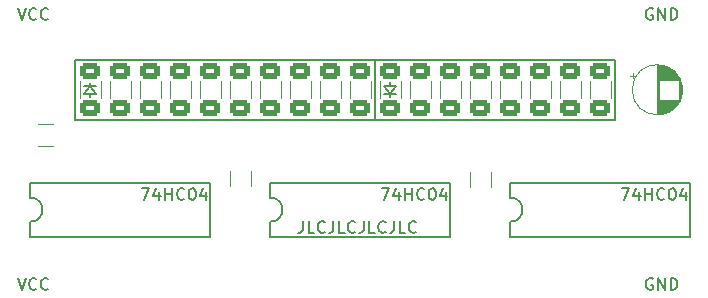
<source format=gto>
G04 #@! TF.GenerationSoftware,KiCad,Pcbnew,(6.0.11-0)*
G04 #@! TF.CreationDate,2023-06-10T21:35:02+02:00*
G04 #@! TF.ProjectId,debug_leds,64656275-675f-46c6-9564-732e6b696361,REV*
G04 #@! TF.SameCoordinates,Original*
G04 #@! TF.FileFunction,Legend,Top*
G04 #@! TF.FilePolarity,Positive*
%FSLAX46Y46*%
G04 Gerber Fmt 4.6, Leading zero omitted, Abs format (unit mm)*
G04 Created by KiCad (PCBNEW (6.0.11-0)) date 2023-06-10 21:35:02*
%MOMM*%
%LPD*%
G01*
G04 APERTURE LIST*
G04 Aperture macros list*
%AMRoundRect*
0 Rectangle with rounded corners*
0 $1 Rounding radius*
0 $2 $3 $4 $5 $6 $7 $8 $9 X,Y pos of 4 corners*
0 Add a 4 corners polygon primitive as box body*
4,1,4,$2,$3,$4,$5,$6,$7,$8,$9,$2,$3,0*
0 Add four circle primitives for the rounded corners*
1,1,$1+$1,$2,$3*
1,1,$1+$1,$4,$5*
1,1,$1+$1,$6,$7*
1,1,$1+$1,$8,$9*
0 Add four rect primitives between the rounded corners*
20,1,$1+$1,$2,$3,$4,$5,0*
20,1,$1+$1,$4,$5,$6,$7,0*
20,1,$1+$1,$6,$7,$8,$9,0*
20,1,$1+$1,$8,$9,$2,$3,0*%
G04 Aperture macros list end*
%ADD10C,0.150000*%
%ADD11C,0.120000*%
%ADD12R,1.700000X1.700000*%
%ADD13O,1.700000X1.700000*%
%ADD14O,1.600000X1.600000*%
%ADD15R,1.600000X1.600000*%
%ADD16RoundRect,0.250000X0.625000X-0.400000X0.625000X0.400000X-0.625000X0.400000X-0.625000X-0.400000X0*%
%ADD17RoundRect,0.250000X-0.625000X0.400000X-0.625000X-0.400000X0.625000X-0.400000X0.625000X0.400000X0*%
%ADD18C,1.600000*%
%ADD19R,1.200000X1.200000*%
%ADD20C,1.200000*%
G04 APERTURE END LIST*
D10*
X125936952Y-69556380D02*
X125936952Y-70270666D01*
X125889333Y-70413523D01*
X125794095Y-70508761D01*
X125651238Y-70556380D01*
X125556000Y-70556380D01*
X126889333Y-70556380D02*
X126413142Y-70556380D01*
X126413142Y-69556380D01*
X127794095Y-70461142D02*
X127746476Y-70508761D01*
X127603619Y-70556380D01*
X127508380Y-70556380D01*
X127365523Y-70508761D01*
X127270285Y-70413523D01*
X127222666Y-70318285D01*
X127175047Y-70127809D01*
X127175047Y-69984952D01*
X127222666Y-69794476D01*
X127270285Y-69699238D01*
X127365523Y-69604000D01*
X127508380Y-69556380D01*
X127603619Y-69556380D01*
X127746476Y-69604000D01*
X127794095Y-69651619D01*
X128508380Y-69556380D02*
X128508380Y-70270666D01*
X128460761Y-70413523D01*
X128365523Y-70508761D01*
X128222666Y-70556380D01*
X128127428Y-70556380D01*
X129460761Y-70556380D02*
X128984571Y-70556380D01*
X128984571Y-69556380D01*
X130365523Y-70461142D02*
X130317904Y-70508761D01*
X130175047Y-70556380D01*
X130079809Y-70556380D01*
X129936952Y-70508761D01*
X129841714Y-70413523D01*
X129794095Y-70318285D01*
X129746476Y-70127809D01*
X129746476Y-69984952D01*
X129794095Y-69794476D01*
X129841714Y-69699238D01*
X129936952Y-69604000D01*
X130079809Y-69556380D01*
X130175047Y-69556380D01*
X130317904Y-69604000D01*
X130365523Y-69651619D01*
X131079809Y-69556380D02*
X131079809Y-70270666D01*
X131032190Y-70413523D01*
X130936952Y-70508761D01*
X130794095Y-70556380D01*
X130698857Y-70556380D01*
X132032190Y-70556380D02*
X131556000Y-70556380D01*
X131556000Y-69556380D01*
X132936952Y-70461142D02*
X132889333Y-70508761D01*
X132746476Y-70556380D01*
X132651238Y-70556380D01*
X132508380Y-70508761D01*
X132413142Y-70413523D01*
X132365523Y-70318285D01*
X132317904Y-70127809D01*
X132317904Y-69984952D01*
X132365523Y-69794476D01*
X132413142Y-69699238D01*
X132508380Y-69604000D01*
X132651238Y-69556380D01*
X132746476Y-69556380D01*
X132889333Y-69604000D01*
X132936952Y-69651619D01*
X133651238Y-69556380D02*
X133651238Y-70270666D01*
X133603619Y-70413523D01*
X133508380Y-70508761D01*
X133365523Y-70556380D01*
X133270285Y-70556380D01*
X134603619Y-70556380D02*
X134127428Y-70556380D01*
X134127428Y-69556380D01*
X135508380Y-70461142D02*
X135460761Y-70508761D01*
X135317904Y-70556380D01*
X135222666Y-70556380D01*
X135079809Y-70508761D01*
X134984571Y-70413523D01*
X134936952Y-70318285D01*
X134889333Y-70127809D01*
X134889333Y-69984952D01*
X134936952Y-69794476D01*
X134984571Y-69699238D01*
X135079809Y-69604000D01*
X135222666Y-69556380D01*
X135317904Y-69556380D01*
X135460761Y-69604000D01*
X135508380Y-69651619D01*
X101792738Y-74382380D02*
X102126071Y-75382380D01*
X102459404Y-74382380D01*
X103364166Y-75287142D02*
X103316547Y-75334761D01*
X103173690Y-75382380D01*
X103078452Y-75382380D01*
X102935595Y-75334761D01*
X102840357Y-75239523D01*
X102792738Y-75144285D01*
X102745119Y-74953809D01*
X102745119Y-74810952D01*
X102792738Y-74620476D01*
X102840357Y-74525238D01*
X102935595Y-74430000D01*
X103078452Y-74382380D01*
X103173690Y-74382380D01*
X103316547Y-74430000D01*
X103364166Y-74477619D01*
X104364166Y-75287142D02*
X104316547Y-75334761D01*
X104173690Y-75382380D01*
X104078452Y-75382380D01*
X103935595Y-75334761D01*
X103840357Y-75239523D01*
X103792738Y-75144285D01*
X103745119Y-74953809D01*
X103745119Y-74810952D01*
X103792738Y-74620476D01*
X103840357Y-74525238D01*
X103935595Y-74430000D01*
X104078452Y-74382380D01*
X104173690Y-74382380D01*
X104316547Y-74430000D01*
X104364166Y-74477619D01*
X132080000Y-55880000D02*
X152400000Y-55880000D01*
X152400000Y-55880000D02*
X152400000Y-60960000D01*
X152400000Y-60960000D02*
X132080000Y-60960000D01*
X132080000Y-60960000D02*
X132080000Y-55880000D01*
X155545404Y-74430000D02*
X155450166Y-74382380D01*
X155307309Y-74382380D01*
X155164452Y-74430000D01*
X155069214Y-74525238D01*
X155021595Y-74620476D01*
X154973976Y-74810952D01*
X154973976Y-74953809D01*
X155021595Y-75144285D01*
X155069214Y-75239523D01*
X155164452Y-75334761D01*
X155307309Y-75382380D01*
X155402547Y-75382380D01*
X155545404Y-75334761D01*
X155593023Y-75287142D01*
X155593023Y-74953809D01*
X155402547Y-74953809D01*
X156021595Y-75382380D02*
X156021595Y-74382380D01*
X156593023Y-75382380D01*
X156593023Y-74382380D01*
X157069214Y-75382380D02*
X157069214Y-74382380D01*
X157307309Y-74382380D01*
X157450166Y-74430000D01*
X157545404Y-74525238D01*
X157593023Y-74620476D01*
X157640642Y-74810952D01*
X157640642Y-74953809D01*
X157593023Y-75144285D01*
X157545404Y-75239523D01*
X157450166Y-75334761D01*
X157307309Y-75382380D01*
X157069214Y-75382380D01*
X155545404Y-51570000D02*
X155450166Y-51522380D01*
X155307309Y-51522380D01*
X155164452Y-51570000D01*
X155069214Y-51665238D01*
X155021595Y-51760476D01*
X154973976Y-51950952D01*
X154973976Y-52093809D01*
X155021595Y-52284285D01*
X155069214Y-52379523D01*
X155164452Y-52474761D01*
X155307309Y-52522380D01*
X155402547Y-52522380D01*
X155545404Y-52474761D01*
X155593023Y-52427142D01*
X155593023Y-52093809D01*
X155402547Y-52093809D01*
X156021595Y-52522380D02*
X156021595Y-51522380D01*
X156593023Y-52522380D01*
X156593023Y-51522380D01*
X157069214Y-52522380D02*
X157069214Y-51522380D01*
X157307309Y-51522380D01*
X157450166Y-51570000D01*
X157545404Y-51665238D01*
X157593023Y-51760476D01*
X157640642Y-51950952D01*
X157640642Y-52093809D01*
X157593023Y-52284285D01*
X157545404Y-52379523D01*
X157450166Y-52474761D01*
X157307309Y-52522380D01*
X157069214Y-52522380D01*
X101792738Y-51522380D02*
X102126071Y-52522380D01*
X102459404Y-51522380D01*
X103364166Y-52427142D02*
X103316547Y-52474761D01*
X103173690Y-52522380D01*
X103078452Y-52522380D01*
X102935595Y-52474761D01*
X102840357Y-52379523D01*
X102792738Y-52284285D01*
X102745119Y-52093809D01*
X102745119Y-51950952D01*
X102792738Y-51760476D01*
X102840357Y-51665238D01*
X102935595Y-51570000D01*
X103078452Y-51522380D01*
X103173690Y-51522380D01*
X103316547Y-51570000D01*
X103364166Y-51617619D01*
X104364166Y-52427142D02*
X104316547Y-52474761D01*
X104173690Y-52522380D01*
X104078452Y-52522380D01*
X103935595Y-52474761D01*
X103840357Y-52379523D01*
X103792738Y-52284285D01*
X103745119Y-52093809D01*
X103745119Y-51950952D01*
X103792738Y-51760476D01*
X103840357Y-51665238D01*
X103935595Y-51570000D01*
X104078452Y-51522380D01*
X104173690Y-51522380D01*
X104316547Y-51570000D01*
X104364166Y-51617619D01*
X132080000Y-55880000D02*
X106680000Y-55880000D01*
X106680000Y-60960000D02*
X106680000Y-55880000D01*
X132080000Y-60960000D02*
X106680000Y-60960000D01*
X112276285Y-66762380D02*
X112942952Y-66762380D01*
X112514380Y-67762380D01*
X113752476Y-67095714D02*
X113752476Y-67762380D01*
X113514380Y-66714761D02*
X113276285Y-67429047D01*
X113895333Y-67429047D01*
X114276285Y-67762380D02*
X114276285Y-66762380D01*
X114276285Y-67238571D02*
X114847714Y-67238571D01*
X114847714Y-67762380D02*
X114847714Y-66762380D01*
X115895333Y-67667142D02*
X115847714Y-67714761D01*
X115704857Y-67762380D01*
X115609619Y-67762380D01*
X115466761Y-67714761D01*
X115371523Y-67619523D01*
X115323904Y-67524285D01*
X115276285Y-67333809D01*
X115276285Y-67190952D01*
X115323904Y-67000476D01*
X115371523Y-66905238D01*
X115466761Y-66810000D01*
X115609619Y-66762380D01*
X115704857Y-66762380D01*
X115847714Y-66810000D01*
X115895333Y-66857619D01*
X116514380Y-66762380D02*
X116609619Y-66762380D01*
X116704857Y-66810000D01*
X116752476Y-66857619D01*
X116800095Y-66952857D01*
X116847714Y-67143333D01*
X116847714Y-67381428D01*
X116800095Y-67571904D01*
X116752476Y-67667142D01*
X116704857Y-67714761D01*
X116609619Y-67762380D01*
X116514380Y-67762380D01*
X116419142Y-67714761D01*
X116371523Y-67667142D01*
X116323904Y-67571904D01*
X116276285Y-67381428D01*
X116276285Y-67143333D01*
X116323904Y-66952857D01*
X116371523Y-66857619D01*
X116419142Y-66810000D01*
X116514380Y-66762380D01*
X117704857Y-67095714D02*
X117704857Y-67762380D01*
X117466761Y-66714761D02*
X117228666Y-67429047D01*
X117847714Y-67429047D01*
X132596285Y-66762380D02*
X133262952Y-66762380D01*
X132834380Y-67762380D01*
X134072476Y-67095714D02*
X134072476Y-67762380D01*
X133834380Y-66714761D02*
X133596285Y-67429047D01*
X134215333Y-67429047D01*
X134596285Y-67762380D02*
X134596285Y-66762380D01*
X134596285Y-67238571D02*
X135167714Y-67238571D01*
X135167714Y-67762380D02*
X135167714Y-66762380D01*
X136215333Y-67667142D02*
X136167714Y-67714761D01*
X136024857Y-67762380D01*
X135929619Y-67762380D01*
X135786761Y-67714761D01*
X135691523Y-67619523D01*
X135643904Y-67524285D01*
X135596285Y-67333809D01*
X135596285Y-67190952D01*
X135643904Y-67000476D01*
X135691523Y-66905238D01*
X135786761Y-66810000D01*
X135929619Y-66762380D01*
X136024857Y-66762380D01*
X136167714Y-66810000D01*
X136215333Y-66857619D01*
X136834380Y-66762380D02*
X136929619Y-66762380D01*
X137024857Y-66810000D01*
X137072476Y-66857619D01*
X137120095Y-66952857D01*
X137167714Y-67143333D01*
X137167714Y-67381428D01*
X137120095Y-67571904D01*
X137072476Y-67667142D01*
X137024857Y-67714761D01*
X136929619Y-67762380D01*
X136834380Y-67762380D01*
X136739142Y-67714761D01*
X136691523Y-67667142D01*
X136643904Y-67571904D01*
X136596285Y-67381428D01*
X136596285Y-67143333D01*
X136643904Y-66952857D01*
X136691523Y-66857619D01*
X136739142Y-66810000D01*
X136834380Y-66762380D01*
X138024857Y-67095714D02*
X138024857Y-67762380D01*
X137786761Y-66714761D02*
X137548666Y-67429047D01*
X138167714Y-67429047D01*
X152916285Y-66762380D02*
X153582952Y-66762380D01*
X153154380Y-67762380D01*
X154392476Y-67095714D02*
X154392476Y-67762380D01*
X154154380Y-66714761D02*
X153916285Y-67429047D01*
X154535333Y-67429047D01*
X154916285Y-67762380D02*
X154916285Y-66762380D01*
X154916285Y-67238571D02*
X155487714Y-67238571D01*
X155487714Y-67762380D02*
X155487714Y-66762380D01*
X156535333Y-67667142D02*
X156487714Y-67714761D01*
X156344857Y-67762380D01*
X156249619Y-67762380D01*
X156106761Y-67714761D01*
X156011523Y-67619523D01*
X155963904Y-67524285D01*
X155916285Y-67333809D01*
X155916285Y-67190952D01*
X155963904Y-67000476D01*
X156011523Y-66905238D01*
X156106761Y-66810000D01*
X156249619Y-66762380D01*
X156344857Y-66762380D01*
X156487714Y-66810000D01*
X156535333Y-66857619D01*
X157154380Y-66762380D02*
X157249619Y-66762380D01*
X157344857Y-66810000D01*
X157392476Y-66857619D01*
X157440095Y-66952857D01*
X157487714Y-67143333D01*
X157487714Y-67381428D01*
X157440095Y-67571904D01*
X157392476Y-67667142D01*
X157344857Y-67714761D01*
X157249619Y-67762380D01*
X157154380Y-67762380D01*
X157059142Y-67714761D01*
X157011523Y-67667142D01*
X156963904Y-67571904D01*
X156916285Y-67381428D01*
X156916285Y-67143333D01*
X156963904Y-66952857D01*
X157011523Y-66857619D01*
X157059142Y-66810000D01*
X157154380Y-66762380D01*
X158344857Y-67095714D02*
X158344857Y-67762380D01*
X158106761Y-66714761D02*
X157868666Y-67429047D01*
X158487714Y-67429047D01*
X143510000Y-69596000D02*
G75*
G03*
X143510000Y-67564000I0J1016000D01*
G01*
X143510000Y-66294000D02*
X158750000Y-66294000D01*
X158750000Y-66294000D02*
X158750000Y-70866000D01*
X143510000Y-67564000D02*
X143510000Y-66294000D01*
X158750000Y-70866000D02*
X143510000Y-70866000D01*
X143510000Y-70866000D02*
X143510000Y-69596000D01*
X123190000Y-69596000D02*
G75*
G03*
X123190000Y-67564000I0J1016000D01*
G01*
X123190000Y-66294000D02*
X138430000Y-66294000D01*
X138430000Y-66294000D02*
X138430000Y-70866000D01*
X123190000Y-67564000D02*
X123190000Y-66294000D01*
X138430000Y-70866000D02*
X123190000Y-70866000D01*
X123190000Y-70866000D02*
X123190000Y-69596000D01*
X102870000Y-69596000D02*
G75*
G03*
X102870000Y-67564000I0J1016000D01*
G01*
X102870000Y-67564000D02*
X102870000Y-66294000D01*
X102870000Y-70866000D02*
X102870000Y-69596000D01*
X118110000Y-70866000D02*
X102870000Y-70866000D01*
X118110000Y-66294000D02*
X118110000Y-70866000D01*
X102870000Y-66294000D02*
X118110000Y-66294000D01*
X132842000Y-58801000D02*
X133858000Y-58801000D01*
X133350000Y-58801000D02*
X133350000Y-59055000D01*
X133858000Y-58073936D02*
X133350000Y-58801000D01*
X132842000Y-58073936D02*
X133858000Y-58073936D01*
X133350000Y-58801000D02*
X132842000Y-58073936D01*
X133350000Y-58049000D02*
X133350000Y-57795000D01*
X107950000Y-58801000D02*
X107950000Y-59055000D01*
X107950000Y-58073936D02*
X107950000Y-57819936D01*
X108458000Y-58073936D02*
X107442000Y-58073936D01*
X107950000Y-58073936D02*
X108458000Y-58801000D01*
X107442000Y-58801000D02*
X107950000Y-58073936D01*
X108458000Y-58801000D02*
X107442000Y-58801000D01*
D11*
X146960000Y-59137064D02*
X146960000Y-57682936D01*
X145140000Y-59137064D02*
X145140000Y-57682936D01*
X107040000Y-57692936D02*
X107040000Y-59147064D01*
X108860000Y-57692936D02*
X108860000Y-59147064D01*
X137520000Y-59137064D02*
X137520000Y-57682936D01*
X139340000Y-59137064D02*
X139340000Y-57682936D01*
X124820000Y-57692936D02*
X124820000Y-59147064D01*
X126640000Y-57692936D02*
X126640000Y-59147064D01*
X140060000Y-59137064D02*
X140060000Y-57682936D01*
X141880000Y-59137064D02*
X141880000Y-57682936D01*
X150220000Y-59137064D02*
X150220000Y-57682936D01*
X152040000Y-59137064D02*
X152040000Y-57682936D01*
X116480000Y-57692936D02*
X116480000Y-59147064D01*
X114660000Y-57692936D02*
X114660000Y-59147064D01*
X119740000Y-57692936D02*
X119740000Y-59147064D01*
X121560000Y-57692936D02*
X121560000Y-59147064D01*
X113940000Y-57692936D02*
X113940000Y-59147064D01*
X112120000Y-57692936D02*
X112120000Y-59147064D01*
X127360000Y-57692936D02*
X127360000Y-59147064D01*
X129180000Y-57692936D02*
X129180000Y-59147064D01*
X147680000Y-59137064D02*
X147680000Y-57682936D01*
X149500000Y-59137064D02*
X149500000Y-57682936D01*
X134980000Y-59147064D02*
X134980000Y-57692936D01*
X136800000Y-59147064D02*
X136800000Y-57692936D01*
X122280000Y-57692936D02*
X122280000Y-59147064D01*
X124100000Y-57692936D02*
X124100000Y-59147064D01*
X140050000Y-65391000D02*
X140050000Y-66649000D01*
X141890000Y-65391000D02*
X141890000Y-66649000D01*
X129900000Y-57692936D02*
X129900000Y-59147064D01*
X131720000Y-57692936D02*
X131720000Y-59147064D01*
X134260000Y-59157064D02*
X134260000Y-57702936D01*
X132440000Y-59157064D02*
X132440000Y-57702936D01*
X109580000Y-57692936D02*
X109580000Y-59147064D01*
X111400000Y-57692936D02*
X111400000Y-59147064D01*
X117200000Y-57702936D02*
X117200000Y-59157064D01*
X119020000Y-57702936D02*
X119020000Y-59157064D01*
X156981000Y-59260000D02*
X156981000Y-60228000D01*
X157341000Y-56868000D02*
X157341000Y-57580000D01*
X156260000Y-56364000D02*
X156260000Y-57580000D01*
X157301000Y-59260000D02*
X157301000Y-60007000D01*
X156380000Y-56386000D02*
X156380000Y-57580000D01*
X156140000Y-59260000D02*
X156140000Y-60491000D01*
X156781000Y-59260000D02*
X156781000Y-60327000D01*
X157501000Y-59260000D02*
X157501000Y-59816000D01*
X157141000Y-59260000D02*
X157141000Y-60128000D01*
X156741000Y-56496000D02*
X156741000Y-57580000D01*
X157101000Y-56685000D02*
X157101000Y-57580000D01*
X156180000Y-56353000D02*
X156180000Y-57580000D01*
X157301000Y-56833000D02*
X157301000Y-57580000D01*
X156701000Y-56480000D02*
X156701000Y-57580000D01*
X157741000Y-59260000D02*
X157741000Y-59500000D01*
X156901000Y-56569000D02*
X156901000Y-57580000D01*
X156380000Y-59260000D02*
X156380000Y-60454000D01*
X157061000Y-56660000D02*
X157061000Y-57580000D01*
X157581000Y-57116000D02*
X157581000Y-57580000D01*
X156140000Y-56349000D02*
X156140000Y-57580000D01*
X156620000Y-59260000D02*
X156620000Y-60388000D01*
X156981000Y-56612000D02*
X156981000Y-57580000D01*
X156741000Y-59260000D02*
X156741000Y-60344000D01*
X157461000Y-59260000D02*
X157461000Y-59858000D01*
X157541000Y-59260000D02*
X157541000Y-59771000D01*
X157421000Y-59260000D02*
X157421000Y-59898000D01*
X157461000Y-56982000D02*
X157461000Y-57580000D01*
X158021000Y-58050000D02*
X158021000Y-58790000D01*
X157741000Y-57340000D02*
X157741000Y-57580000D01*
X156661000Y-56466000D02*
X156661000Y-57580000D01*
X156460000Y-56404000D02*
X156460000Y-57580000D01*
X157381000Y-59260000D02*
X157381000Y-59936000D01*
X155940000Y-56340000D02*
X155940000Y-60500000D01*
X157661000Y-57220000D02*
X157661000Y-57580000D01*
X156420000Y-56395000D02*
X156420000Y-57580000D01*
X156580000Y-59260000D02*
X156580000Y-60402000D01*
X157781000Y-57407000D02*
X157781000Y-59433000D01*
X157661000Y-59260000D02*
X157661000Y-59620000D01*
X157261000Y-56801000D02*
X157261000Y-57580000D01*
X156340000Y-56378000D02*
X156340000Y-57580000D01*
X157541000Y-57069000D02*
X157541000Y-57580000D01*
X157141000Y-56712000D02*
X157141000Y-57580000D01*
X157501000Y-57024000D02*
X157501000Y-57580000D01*
X157061000Y-59260000D02*
X157061000Y-60180000D01*
X156540000Y-56426000D02*
X156540000Y-57580000D01*
X156701000Y-59260000D02*
X156701000Y-60360000D01*
X156220000Y-56358000D02*
X156220000Y-57580000D01*
X157381000Y-56904000D02*
X157381000Y-57580000D01*
X157581000Y-59260000D02*
X157581000Y-59724000D01*
X156941000Y-56590000D02*
X156941000Y-57580000D01*
X156500000Y-59260000D02*
X156500000Y-60425000D01*
X156220000Y-59260000D02*
X156220000Y-60482000D01*
X157981000Y-57883000D02*
X157981000Y-58957000D01*
X156941000Y-59260000D02*
X156941000Y-60250000D01*
X156340000Y-59260000D02*
X156340000Y-60462000D01*
X156540000Y-59260000D02*
X156540000Y-60414000D01*
X156781000Y-56513000D02*
X156781000Y-57580000D01*
X157621000Y-57166000D02*
X157621000Y-57580000D01*
X156300000Y-56370000D02*
X156300000Y-57580000D01*
X156500000Y-56415000D02*
X156500000Y-57580000D01*
X156821000Y-59260000D02*
X156821000Y-60309000D01*
X156420000Y-59260000D02*
X156420000Y-60445000D01*
X157101000Y-59260000D02*
X157101000Y-60155000D01*
X157181000Y-56740000D02*
X157181000Y-57580000D01*
X157901000Y-57652000D02*
X157901000Y-59188000D01*
X156861000Y-59260000D02*
X156861000Y-60290000D01*
X155980000Y-56340000D02*
X155980000Y-60500000D01*
X157621000Y-59260000D02*
X157621000Y-59674000D01*
X156060000Y-56343000D02*
X156060000Y-60497000D01*
X157221000Y-56770000D02*
X157221000Y-57580000D01*
X156260000Y-59260000D02*
X156260000Y-60476000D01*
X156661000Y-59260000D02*
X156661000Y-60374000D01*
X156580000Y-56438000D02*
X156580000Y-57580000D01*
X156020000Y-56341000D02*
X156020000Y-60499000D01*
X153670199Y-57225000D02*
X154070199Y-57225000D01*
X156821000Y-56531000D02*
X156821000Y-57580000D01*
X157021000Y-59260000D02*
X157021000Y-60205000D01*
X157861000Y-57561000D02*
X157861000Y-59279000D01*
X156861000Y-56550000D02*
X156861000Y-57580000D01*
X157221000Y-59260000D02*
X157221000Y-60070000D01*
X157261000Y-59260000D02*
X157261000Y-60039000D01*
X156620000Y-56452000D02*
X156620000Y-57580000D01*
X157701000Y-57278000D02*
X157701000Y-57580000D01*
X156901000Y-59260000D02*
X156901000Y-60271000D01*
X156300000Y-59260000D02*
X156300000Y-60470000D01*
X156100000Y-56346000D02*
X156100000Y-60494000D01*
X157181000Y-59260000D02*
X157181000Y-60100000D01*
X153870199Y-57025000D02*
X153870199Y-57425000D01*
X157701000Y-59260000D02*
X157701000Y-59562000D01*
X157021000Y-56635000D02*
X157021000Y-57580000D01*
X157941000Y-57756000D02*
X157941000Y-59084000D01*
X157421000Y-56942000D02*
X157421000Y-57580000D01*
X156460000Y-59260000D02*
X156460000Y-60436000D01*
X157341000Y-59260000D02*
X157341000Y-59972000D01*
X157821000Y-57480000D02*
X157821000Y-59360000D01*
X156180000Y-59260000D02*
X156180000Y-60487000D01*
X158060000Y-58420000D02*
G75*
G03*
X158060000Y-58420000I-2120000J0D01*
G01*
X103491000Y-63150000D02*
X104749000Y-63150000D01*
X103491000Y-61310000D02*
X104749000Y-61310000D01*
X119730000Y-65301000D02*
X119730000Y-66559000D01*
X121570000Y-65301000D02*
X121570000Y-66559000D01*
X144420000Y-59147064D02*
X144420000Y-57692936D01*
X142600000Y-59147064D02*
X142600000Y-57692936D01*
%LPC*%
D12*
X105410000Y-52070000D03*
D13*
X107950000Y-52070000D03*
X110490000Y-52070000D03*
X113030000Y-52070000D03*
X115570000Y-52070000D03*
X118110000Y-52070000D03*
X120650000Y-52070000D03*
X123190000Y-52070000D03*
X125730000Y-52070000D03*
X128270000Y-52070000D03*
X130810000Y-52070000D03*
X133350000Y-52070000D03*
X135890000Y-52070000D03*
X138430000Y-52070000D03*
X140970000Y-52070000D03*
X143510000Y-52070000D03*
X146050000Y-52070000D03*
X148590000Y-52070000D03*
X151130000Y-52070000D03*
X153670000Y-52070000D03*
D12*
X105410000Y-74930000D03*
D13*
X107950000Y-74930000D03*
X110490000Y-74930000D03*
X113030000Y-74930000D03*
X115570000Y-74930000D03*
X118110000Y-74930000D03*
X120650000Y-74930000D03*
X123190000Y-74930000D03*
X125730000Y-74930000D03*
X128270000Y-74930000D03*
X130810000Y-74930000D03*
X133350000Y-74930000D03*
X135890000Y-74930000D03*
X138430000Y-74930000D03*
X140970000Y-74930000D03*
X143510000Y-74930000D03*
X146050000Y-74930000D03*
X148590000Y-74930000D03*
X151130000Y-74930000D03*
X153670000Y-74930000D03*
D14*
X123190000Y-64770000D03*
X125730000Y-64770000D03*
X128270000Y-64770000D03*
X130810000Y-64770000D03*
X133350000Y-64770000D03*
X135890000Y-64770000D03*
X138430000Y-64770000D03*
X138430000Y-72390000D03*
X135890000Y-72390000D03*
X133350000Y-72390000D03*
X130810000Y-72390000D03*
X128270000Y-72390000D03*
X125730000Y-72390000D03*
D15*
X123190000Y-72390000D03*
D14*
X143510000Y-64770000D03*
X146050000Y-64770000D03*
X148590000Y-64770000D03*
X151130000Y-64770000D03*
X153670000Y-64770000D03*
X156210000Y-64770000D03*
X158750000Y-64770000D03*
X158750000Y-72390000D03*
X156210000Y-72390000D03*
X153670000Y-72390000D03*
X151130000Y-72390000D03*
X148590000Y-72390000D03*
X146050000Y-72390000D03*
D15*
X143510000Y-72390000D03*
X102860000Y-72390000D03*
D14*
X105400000Y-72390000D03*
X107940000Y-72390000D03*
X110480000Y-72390000D03*
X113020000Y-72390000D03*
X115560000Y-72390000D03*
X118100000Y-72390000D03*
X118100000Y-64770000D03*
X115560000Y-64770000D03*
X113020000Y-64770000D03*
X110480000Y-64770000D03*
X107940000Y-64770000D03*
X105400000Y-64770000D03*
X102860000Y-64770000D03*
X151130000Y-62230000D03*
X148590000Y-62230000D03*
X146050000Y-62230000D03*
X143510000Y-62230000D03*
X140970000Y-62230000D03*
X138430000Y-62230000D03*
X135890000Y-62230000D03*
X133350000Y-62230000D03*
X133350000Y-54610000D03*
X135890000Y-54610000D03*
X138430000Y-54610000D03*
X140970000Y-54610000D03*
X143510000Y-54610000D03*
X146050000Y-54610000D03*
X148590000Y-54610000D03*
D15*
X151130000Y-54610000D03*
D14*
X107950000Y-54610000D03*
X110490000Y-54610000D03*
X113030000Y-54610000D03*
X115570000Y-54610000D03*
X118110000Y-54610000D03*
X120650000Y-54610000D03*
X123190000Y-54610000D03*
X125730000Y-54610000D03*
X128270000Y-54610000D03*
X130810000Y-54610000D03*
X130810000Y-62230000D03*
X128270000Y-62230000D03*
X125730000Y-62230000D03*
X123190000Y-62230000D03*
X120650000Y-62230000D03*
X118110000Y-62230000D03*
X115570000Y-62230000D03*
X113030000Y-62230000D03*
X110490000Y-62230000D03*
D15*
X107950000Y-62230000D03*
D16*
X146050000Y-56860000D03*
X146050000Y-59960000D03*
D17*
X107950000Y-59970000D03*
X107950000Y-56870000D03*
D16*
X138430000Y-56860000D03*
X138430000Y-59960000D03*
D17*
X125730000Y-59970000D03*
X125730000Y-56870000D03*
D16*
X140970000Y-56860000D03*
X140970000Y-59960000D03*
X151130000Y-56860000D03*
X151130000Y-59960000D03*
D17*
X115570000Y-59970000D03*
X115570000Y-56870000D03*
X120650000Y-59970000D03*
X120650000Y-56870000D03*
X113030000Y-59970000D03*
X113030000Y-56870000D03*
X128270000Y-59970000D03*
X128270000Y-56870000D03*
D16*
X148590000Y-56860000D03*
X148590000Y-59960000D03*
X135890000Y-56870000D03*
X135890000Y-59970000D03*
D17*
X123190000Y-59970000D03*
X123190000Y-56870000D03*
D18*
X140970000Y-64770000D03*
X140970000Y-67270000D03*
D17*
X130810000Y-59970000D03*
X130810000Y-56870000D03*
D16*
X133350000Y-56880000D03*
X133350000Y-59980000D03*
D17*
X110490000Y-59970000D03*
X110490000Y-56870000D03*
X118110000Y-59980000D03*
X118110000Y-56880000D03*
D19*
X154940000Y-58420000D03*
D20*
X156940000Y-58420000D03*
D18*
X102870000Y-62230000D03*
X105370000Y-62230000D03*
X120650000Y-64680000D03*
X120650000Y-67180000D03*
D16*
X143510000Y-56870000D03*
X143510000Y-59970000D03*
M02*

</source>
